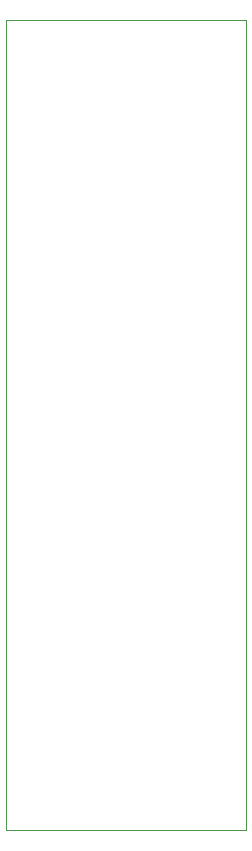
<source format=gbr>
%TF.GenerationSoftware,KiCad,Pcbnew,(5.1.10)-1*%
%TF.CreationDate,2021-09-08T14:11:29-04:00*%
%TF.ProjectId,ATTENS,41545445-4e53-42e6-9b69-6361645f7063,rev?*%
%TF.SameCoordinates,Original*%
%TF.FileFunction,Profile,NP*%
%FSLAX46Y46*%
G04 Gerber Fmt 4.6, Leading zero omitted, Abs format (unit mm)*
G04 Created by KiCad (PCBNEW (5.1.10)-1) date 2021-09-08 14:11:29*
%MOMM*%
%LPD*%
G01*
G04 APERTURE LIST*
%TA.AperFunction,Profile*%
%ADD10C,0.050000*%
%TD*%
G04 APERTURE END LIST*
D10*
X27940000Y-91440000D02*
X27940000Y-22860000D01*
X48260000Y-91440000D02*
X27940000Y-91440000D01*
X48260000Y-22860000D02*
X48260000Y-91440000D01*
X27940000Y-22860000D02*
X48260000Y-22860000D01*
M02*

</source>
